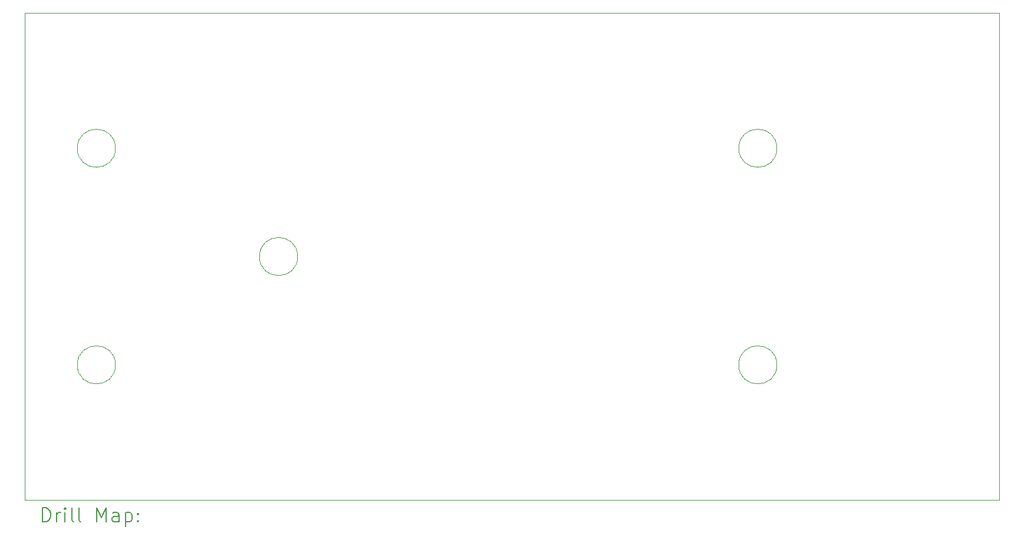
<source format=gbr>
%TF.GenerationSoftware,KiCad,Pcbnew,9.0.2*%
%TF.CreationDate,2025-09-29T03:25:46-03:00*%
%TF.ProjectId,Estacao_ControleIrrigacao,45737461-6361-46f5-9f43-6f6e74726f6c,rev?*%
%TF.SameCoordinates,Original*%
%TF.FileFunction,Drillmap*%
%TF.FilePolarity,Positive*%
%FSLAX45Y45*%
G04 Gerber Fmt 4.5, Leading zero omitted, Abs format (unit mm)*
G04 Created by KiCad (PCBNEW 9.0.2) date 2025-09-29 03:25:46*
%MOMM*%
%LPD*%
G01*
G04 APERTURE LIST*
%ADD10C,0.050000*%
%ADD11C,0.200000*%
G04 APERTURE END LIST*
D10*
X9256000Y-7892716D02*
G75*
G02*
X8708000Y-7892716I-274000J0D01*
G01*
X8708000Y-7892716D02*
G75*
G02*
X9256000Y-7892716I274000J0D01*
G01*
X9256000Y-11007285D02*
G75*
G02*
X8708000Y-11007285I-274000J0D01*
G01*
X8708000Y-11007285D02*
G75*
G02*
X9256000Y-11007285I274000J0D01*
G01*
X18755000Y-7892716D02*
G75*
G02*
X18207000Y-7892716I-274000J0D01*
G01*
X18207000Y-7892716D02*
G75*
G02*
X18755000Y-7892716I274000J0D01*
G01*
X18755000Y-11007285D02*
G75*
G02*
X18207000Y-11007285I-274000J0D01*
G01*
X18207000Y-11007285D02*
G75*
G02*
X18755000Y-11007285I274000J0D01*
G01*
X11872000Y-9450000D02*
G75*
G02*
X11324000Y-9450000I-274000J0D01*
G01*
X11324000Y-9450000D02*
G75*
G02*
X11872000Y-9450000I274000J0D01*
G01*
X7950000Y-5950000D02*
X21950000Y-5950000D01*
X21950000Y-12950000D01*
X7950000Y-12950000D01*
X7950000Y-5950000D01*
D11*
X8208277Y-13263984D02*
X8208277Y-13063984D01*
X8208277Y-13063984D02*
X8255896Y-13063984D01*
X8255896Y-13063984D02*
X8284467Y-13073508D01*
X8284467Y-13073508D02*
X8303515Y-13092555D01*
X8303515Y-13092555D02*
X8313039Y-13111603D01*
X8313039Y-13111603D02*
X8322562Y-13149698D01*
X8322562Y-13149698D02*
X8322562Y-13178269D01*
X8322562Y-13178269D02*
X8313039Y-13216365D01*
X8313039Y-13216365D02*
X8303515Y-13235412D01*
X8303515Y-13235412D02*
X8284467Y-13254460D01*
X8284467Y-13254460D02*
X8255896Y-13263984D01*
X8255896Y-13263984D02*
X8208277Y-13263984D01*
X8408277Y-13263984D02*
X8408277Y-13130650D01*
X8408277Y-13168746D02*
X8417801Y-13149698D01*
X8417801Y-13149698D02*
X8427324Y-13140174D01*
X8427324Y-13140174D02*
X8446372Y-13130650D01*
X8446372Y-13130650D02*
X8465420Y-13130650D01*
X8532086Y-13263984D02*
X8532086Y-13130650D01*
X8532086Y-13063984D02*
X8522563Y-13073508D01*
X8522563Y-13073508D02*
X8532086Y-13083031D01*
X8532086Y-13083031D02*
X8541610Y-13073508D01*
X8541610Y-13073508D02*
X8532086Y-13063984D01*
X8532086Y-13063984D02*
X8532086Y-13083031D01*
X8655896Y-13263984D02*
X8636848Y-13254460D01*
X8636848Y-13254460D02*
X8627324Y-13235412D01*
X8627324Y-13235412D02*
X8627324Y-13063984D01*
X8760658Y-13263984D02*
X8741610Y-13254460D01*
X8741610Y-13254460D02*
X8732086Y-13235412D01*
X8732086Y-13235412D02*
X8732086Y-13063984D01*
X8989229Y-13263984D02*
X8989229Y-13063984D01*
X8989229Y-13063984D02*
X9055896Y-13206841D01*
X9055896Y-13206841D02*
X9122563Y-13063984D01*
X9122563Y-13063984D02*
X9122563Y-13263984D01*
X9303515Y-13263984D02*
X9303515Y-13159222D01*
X9303515Y-13159222D02*
X9293991Y-13140174D01*
X9293991Y-13140174D02*
X9274944Y-13130650D01*
X9274944Y-13130650D02*
X9236848Y-13130650D01*
X9236848Y-13130650D02*
X9217801Y-13140174D01*
X9303515Y-13254460D02*
X9284467Y-13263984D01*
X9284467Y-13263984D02*
X9236848Y-13263984D01*
X9236848Y-13263984D02*
X9217801Y-13254460D01*
X9217801Y-13254460D02*
X9208277Y-13235412D01*
X9208277Y-13235412D02*
X9208277Y-13216365D01*
X9208277Y-13216365D02*
X9217801Y-13197317D01*
X9217801Y-13197317D02*
X9236848Y-13187793D01*
X9236848Y-13187793D02*
X9284467Y-13187793D01*
X9284467Y-13187793D02*
X9303515Y-13178269D01*
X9398753Y-13130650D02*
X9398753Y-13330650D01*
X9398753Y-13140174D02*
X9417801Y-13130650D01*
X9417801Y-13130650D02*
X9455896Y-13130650D01*
X9455896Y-13130650D02*
X9474944Y-13140174D01*
X9474944Y-13140174D02*
X9484467Y-13149698D01*
X9484467Y-13149698D02*
X9493991Y-13168746D01*
X9493991Y-13168746D02*
X9493991Y-13225888D01*
X9493991Y-13225888D02*
X9484467Y-13244936D01*
X9484467Y-13244936D02*
X9474944Y-13254460D01*
X9474944Y-13254460D02*
X9455896Y-13263984D01*
X9455896Y-13263984D02*
X9417801Y-13263984D01*
X9417801Y-13263984D02*
X9398753Y-13254460D01*
X9579705Y-13244936D02*
X9589229Y-13254460D01*
X9589229Y-13254460D02*
X9579705Y-13263984D01*
X9579705Y-13263984D02*
X9570182Y-13254460D01*
X9570182Y-13254460D02*
X9579705Y-13244936D01*
X9579705Y-13244936D02*
X9579705Y-13263984D01*
X9579705Y-13140174D02*
X9589229Y-13149698D01*
X9589229Y-13149698D02*
X9579705Y-13159222D01*
X9579705Y-13159222D02*
X9570182Y-13149698D01*
X9570182Y-13149698D02*
X9579705Y-13140174D01*
X9579705Y-13140174D02*
X9579705Y-13159222D01*
M02*

</source>
